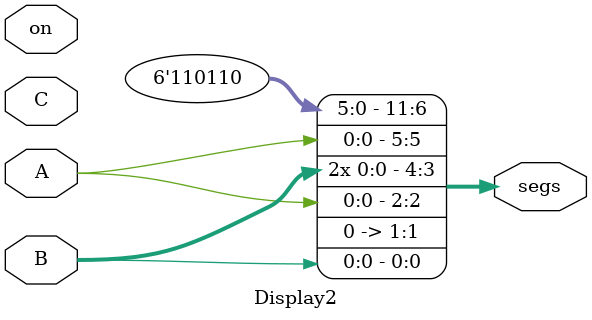
<source format=v>
module Display2 (
	input A, 
	input B, 
	input C, 
	input on, 
	output [11:0] segs
);	
	and(segs[0], B); // A
	and(segs[1], 0); // B
	and(segs[2], A); // C
	and(segs[3], B); // D
	and(segs[4], B); // E
	and(segs[5], A); // F
	and(segs[6], 0); // G
	

	// Saida H ( nao precisa, ele vai ficar sempre ligado -> 0)
	not (segs[9], 1);

	// Saida I ( ponto sempre desligado)
	not (segs[8], 0);
	
	// Desliga saidas de display( isso tem que mudar porque tem o de veloidade
	not (segs[7], 0);
	not (segs[10], 0);
	not (segs[11], 0);
	 
	 
endmodule

</source>
